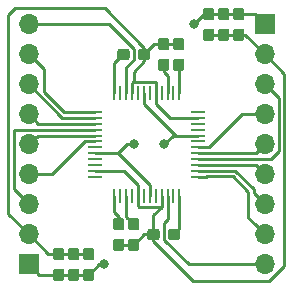
<source format=gbr>
G04 #@! TF.GenerationSoftware,KiCad,Pcbnew,(5.0.1)-3*
G04 #@! TF.CreationDate,2019-01-28T22:50:12+00:00*
G04 #@! TF.ProjectId,Encoder,456E636F6465722E6B696361645F7063,rev?*
G04 #@! TF.SameCoordinates,Original*
G04 #@! TF.FileFunction,Copper,L1,Top,Signal*
G04 #@! TF.FilePolarity,Positive*
%FSLAX46Y46*%
G04 Gerber Fmt 4.6, Leading zero omitted, Abs format (unit mm)*
G04 Created by KiCad (PCBNEW (5.0.1)-3) date 28/01/2019 22:50:12*
%MOMM*%
%LPD*%
G01*
G04 APERTURE LIST*
G04 #@! TA.AperFunction,Conductor*
%ADD10C,0.100000*%
G04 #@! TD*
G04 #@! TA.AperFunction,SMDPad,CuDef*
%ADD11C,0.950000*%
G04 #@! TD*
G04 #@! TA.AperFunction,ComponentPad*
%ADD12R,1.700000X1.700000*%
G04 #@! TD*
G04 #@! TA.AperFunction,ComponentPad*
%ADD13O,1.700000X1.700000*%
G04 #@! TD*
G04 #@! TA.AperFunction,SMDPad,CuDef*
%ADD14R,0.250000X1.300000*%
G04 #@! TD*
G04 #@! TA.AperFunction,SMDPad,CuDef*
%ADD15R,1.300000X0.250000*%
G04 #@! TD*
G04 #@! TA.AperFunction,ViaPad*
%ADD16C,0.800000*%
G04 #@! TD*
G04 #@! TA.AperFunction,Conductor*
%ADD17C,0.250000*%
G04 #@! TD*
G04 APERTURE END LIST*
D10*
G04 #@! TO.N,GND*
G04 #@! TO.C,C1*
G36*
X94240779Y-74801144D02*
X94263834Y-74804563D01*
X94286443Y-74810227D01*
X94308387Y-74818079D01*
X94329457Y-74828044D01*
X94349448Y-74840026D01*
X94368168Y-74853910D01*
X94385438Y-74869562D01*
X94401090Y-74886832D01*
X94414974Y-74905552D01*
X94426956Y-74925543D01*
X94436921Y-74946613D01*
X94444773Y-74968557D01*
X94450437Y-74991166D01*
X94453856Y-75014221D01*
X94455000Y-75037500D01*
X94455000Y-75612500D01*
X94453856Y-75635779D01*
X94450437Y-75658834D01*
X94444773Y-75681443D01*
X94436921Y-75703387D01*
X94426956Y-75724457D01*
X94414974Y-75744448D01*
X94401090Y-75763168D01*
X94385438Y-75780438D01*
X94368168Y-75796090D01*
X94349448Y-75809974D01*
X94329457Y-75821956D01*
X94308387Y-75831921D01*
X94286443Y-75839773D01*
X94263834Y-75845437D01*
X94240779Y-75848856D01*
X94217500Y-75850000D01*
X93742500Y-75850000D01*
X93719221Y-75848856D01*
X93696166Y-75845437D01*
X93673557Y-75839773D01*
X93651613Y-75831921D01*
X93630543Y-75821956D01*
X93610552Y-75809974D01*
X93591832Y-75796090D01*
X93574562Y-75780438D01*
X93558910Y-75763168D01*
X93545026Y-75744448D01*
X93533044Y-75724457D01*
X93523079Y-75703387D01*
X93515227Y-75681443D01*
X93509563Y-75658834D01*
X93506144Y-75635779D01*
X93505000Y-75612500D01*
X93505000Y-75037500D01*
X93506144Y-75014221D01*
X93509563Y-74991166D01*
X93515227Y-74968557D01*
X93523079Y-74946613D01*
X93533044Y-74925543D01*
X93545026Y-74905552D01*
X93558910Y-74886832D01*
X93574562Y-74869562D01*
X93591832Y-74853910D01*
X93610552Y-74840026D01*
X93630543Y-74828044D01*
X93651613Y-74818079D01*
X93673557Y-74810227D01*
X93696166Y-74804563D01*
X93719221Y-74801144D01*
X93742500Y-74800000D01*
X94217500Y-74800000D01*
X94240779Y-74801144D01*
X94240779Y-74801144D01*
G37*
D11*
G04 #@! TD*
G04 #@! TO.P,C1,2*
G04 #@! TO.N,GND*
X93980000Y-75325000D03*
D10*
G04 #@! TO.N,+5V*
G04 #@! TO.C,C1*
G36*
X94240779Y-76551144D02*
X94263834Y-76554563D01*
X94286443Y-76560227D01*
X94308387Y-76568079D01*
X94329457Y-76578044D01*
X94349448Y-76590026D01*
X94368168Y-76603910D01*
X94385438Y-76619562D01*
X94401090Y-76636832D01*
X94414974Y-76655552D01*
X94426956Y-76675543D01*
X94436921Y-76696613D01*
X94444773Y-76718557D01*
X94450437Y-76741166D01*
X94453856Y-76764221D01*
X94455000Y-76787500D01*
X94455000Y-77362500D01*
X94453856Y-77385779D01*
X94450437Y-77408834D01*
X94444773Y-77431443D01*
X94436921Y-77453387D01*
X94426956Y-77474457D01*
X94414974Y-77494448D01*
X94401090Y-77513168D01*
X94385438Y-77530438D01*
X94368168Y-77546090D01*
X94349448Y-77559974D01*
X94329457Y-77571956D01*
X94308387Y-77581921D01*
X94286443Y-77589773D01*
X94263834Y-77595437D01*
X94240779Y-77598856D01*
X94217500Y-77600000D01*
X93742500Y-77600000D01*
X93719221Y-77598856D01*
X93696166Y-77595437D01*
X93673557Y-77589773D01*
X93651613Y-77581921D01*
X93630543Y-77571956D01*
X93610552Y-77559974D01*
X93591832Y-77546090D01*
X93574562Y-77530438D01*
X93558910Y-77513168D01*
X93545026Y-77494448D01*
X93533044Y-77474457D01*
X93523079Y-77453387D01*
X93515227Y-77431443D01*
X93509563Y-77408834D01*
X93506144Y-77385779D01*
X93505000Y-77362500D01*
X93505000Y-76787500D01*
X93506144Y-76764221D01*
X93509563Y-76741166D01*
X93515227Y-76718557D01*
X93523079Y-76696613D01*
X93533044Y-76675543D01*
X93545026Y-76655552D01*
X93558910Y-76636832D01*
X93574562Y-76619562D01*
X93591832Y-76603910D01*
X93610552Y-76590026D01*
X93630543Y-76578044D01*
X93651613Y-76568079D01*
X93673557Y-76560227D01*
X93696166Y-76554563D01*
X93719221Y-76551144D01*
X93742500Y-76550000D01*
X94217500Y-76550000D01*
X94240779Y-76551144D01*
X94240779Y-76551144D01*
G37*
D11*
G04 #@! TD*
G04 #@! TO.P,C1,1*
G04 #@! TO.N,+5V*
X93980000Y-77075000D03*
D10*
G04 #@! TO.N,GND*
G04 #@! TO.C,C2*
G36*
X104400779Y-57021144D02*
X104423834Y-57024563D01*
X104446443Y-57030227D01*
X104468387Y-57038079D01*
X104489457Y-57048044D01*
X104509448Y-57060026D01*
X104528168Y-57073910D01*
X104545438Y-57089562D01*
X104561090Y-57106832D01*
X104574974Y-57125552D01*
X104586956Y-57145543D01*
X104596921Y-57166613D01*
X104604773Y-57188557D01*
X104610437Y-57211166D01*
X104613856Y-57234221D01*
X104615000Y-57257500D01*
X104615000Y-57832500D01*
X104613856Y-57855779D01*
X104610437Y-57878834D01*
X104604773Y-57901443D01*
X104596921Y-57923387D01*
X104586956Y-57944457D01*
X104574974Y-57964448D01*
X104561090Y-57983168D01*
X104545438Y-58000438D01*
X104528168Y-58016090D01*
X104509448Y-58029974D01*
X104489457Y-58041956D01*
X104468387Y-58051921D01*
X104446443Y-58059773D01*
X104423834Y-58065437D01*
X104400779Y-58068856D01*
X104377500Y-58070000D01*
X103902500Y-58070000D01*
X103879221Y-58068856D01*
X103856166Y-58065437D01*
X103833557Y-58059773D01*
X103811613Y-58051921D01*
X103790543Y-58041956D01*
X103770552Y-58029974D01*
X103751832Y-58016090D01*
X103734562Y-58000438D01*
X103718910Y-57983168D01*
X103705026Y-57964448D01*
X103693044Y-57944457D01*
X103683079Y-57923387D01*
X103675227Y-57901443D01*
X103669563Y-57878834D01*
X103666144Y-57855779D01*
X103665000Y-57832500D01*
X103665000Y-57257500D01*
X103666144Y-57234221D01*
X103669563Y-57211166D01*
X103675227Y-57188557D01*
X103683079Y-57166613D01*
X103693044Y-57145543D01*
X103705026Y-57125552D01*
X103718910Y-57106832D01*
X103734562Y-57089562D01*
X103751832Y-57073910D01*
X103770552Y-57060026D01*
X103790543Y-57048044D01*
X103811613Y-57038079D01*
X103833557Y-57030227D01*
X103856166Y-57024563D01*
X103879221Y-57021144D01*
X103902500Y-57020000D01*
X104377500Y-57020000D01*
X104400779Y-57021144D01*
X104400779Y-57021144D01*
G37*
D11*
G04 #@! TD*
G04 #@! TO.P,C2,1*
G04 #@! TO.N,GND*
X104140000Y-57545000D03*
D10*
G04 #@! TO.N,Net-(C2-Pad2)*
G04 #@! TO.C,C2*
G36*
X104400779Y-58771144D02*
X104423834Y-58774563D01*
X104446443Y-58780227D01*
X104468387Y-58788079D01*
X104489457Y-58798044D01*
X104509448Y-58810026D01*
X104528168Y-58823910D01*
X104545438Y-58839562D01*
X104561090Y-58856832D01*
X104574974Y-58875552D01*
X104586956Y-58895543D01*
X104596921Y-58916613D01*
X104604773Y-58938557D01*
X104610437Y-58961166D01*
X104613856Y-58984221D01*
X104615000Y-59007500D01*
X104615000Y-59582500D01*
X104613856Y-59605779D01*
X104610437Y-59628834D01*
X104604773Y-59651443D01*
X104596921Y-59673387D01*
X104586956Y-59694457D01*
X104574974Y-59714448D01*
X104561090Y-59733168D01*
X104545438Y-59750438D01*
X104528168Y-59766090D01*
X104509448Y-59779974D01*
X104489457Y-59791956D01*
X104468387Y-59801921D01*
X104446443Y-59809773D01*
X104423834Y-59815437D01*
X104400779Y-59818856D01*
X104377500Y-59820000D01*
X103902500Y-59820000D01*
X103879221Y-59818856D01*
X103856166Y-59815437D01*
X103833557Y-59809773D01*
X103811613Y-59801921D01*
X103790543Y-59791956D01*
X103770552Y-59779974D01*
X103751832Y-59766090D01*
X103734562Y-59750438D01*
X103718910Y-59733168D01*
X103705026Y-59714448D01*
X103693044Y-59694457D01*
X103683079Y-59673387D01*
X103675227Y-59651443D01*
X103669563Y-59628834D01*
X103666144Y-59605779D01*
X103665000Y-59582500D01*
X103665000Y-59007500D01*
X103666144Y-58984221D01*
X103669563Y-58961166D01*
X103675227Y-58938557D01*
X103683079Y-58916613D01*
X103693044Y-58895543D01*
X103705026Y-58875552D01*
X103718910Y-58856832D01*
X103734562Y-58839562D01*
X103751832Y-58823910D01*
X103770552Y-58810026D01*
X103790543Y-58798044D01*
X103811613Y-58788079D01*
X103833557Y-58780227D01*
X103856166Y-58774563D01*
X103879221Y-58771144D01*
X103902500Y-58770000D01*
X104377500Y-58770000D01*
X104400779Y-58771144D01*
X104400779Y-58771144D01*
G37*
D11*
G04 #@! TD*
G04 #@! TO.P,C2,2*
G04 #@! TO.N,Net-(C2-Pad2)*
X104140000Y-59295000D03*
D10*
G04 #@! TO.N,GND*
G04 #@! TO.C,C3*
G36*
X103130779Y-57021144D02*
X103153834Y-57024563D01*
X103176443Y-57030227D01*
X103198387Y-57038079D01*
X103219457Y-57048044D01*
X103239448Y-57060026D01*
X103258168Y-57073910D01*
X103275438Y-57089562D01*
X103291090Y-57106832D01*
X103304974Y-57125552D01*
X103316956Y-57145543D01*
X103326921Y-57166613D01*
X103334773Y-57188557D01*
X103340437Y-57211166D01*
X103343856Y-57234221D01*
X103345000Y-57257500D01*
X103345000Y-57832500D01*
X103343856Y-57855779D01*
X103340437Y-57878834D01*
X103334773Y-57901443D01*
X103326921Y-57923387D01*
X103316956Y-57944457D01*
X103304974Y-57964448D01*
X103291090Y-57983168D01*
X103275438Y-58000438D01*
X103258168Y-58016090D01*
X103239448Y-58029974D01*
X103219457Y-58041956D01*
X103198387Y-58051921D01*
X103176443Y-58059773D01*
X103153834Y-58065437D01*
X103130779Y-58068856D01*
X103107500Y-58070000D01*
X102632500Y-58070000D01*
X102609221Y-58068856D01*
X102586166Y-58065437D01*
X102563557Y-58059773D01*
X102541613Y-58051921D01*
X102520543Y-58041956D01*
X102500552Y-58029974D01*
X102481832Y-58016090D01*
X102464562Y-58000438D01*
X102448910Y-57983168D01*
X102435026Y-57964448D01*
X102423044Y-57944457D01*
X102413079Y-57923387D01*
X102405227Y-57901443D01*
X102399563Y-57878834D01*
X102396144Y-57855779D01*
X102395000Y-57832500D01*
X102395000Y-57257500D01*
X102396144Y-57234221D01*
X102399563Y-57211166D01*
X102405227Y-57188557D01*
X102413079Y-57166613D01*
X102423044Y-57145543D01*
X102435026Y-57125552D01*
X102448910Y-57106832D01*
X102464562Y-57089562D01*
X102481832Y-57073910D01*
X102500552Y-57060026D01*
X102520543Y-57048044D01*
X102541613Y-57038079D01*
X102563557Y-57030227D01*
X102586166Y-57024563D01*
X102609221Y-57021144D01*
X102632500Y-57020000D01*
X103107500Y-57020000D01*
X103130779Y-57021144D01*
X103130779Y-57021144D01*
G37*
D11*
G04 #@! TD*
G04 #@! TO.P,C3,2*
G04 #@! TO.N,GND*
X102870000Y-57545000D03*
D10*
G04 #@! TO.N,Net-(C3-Pad1)*
G04 #@! TO.C,C3*
G36*
X103130779Y-58771144D02*
X103153834Y-58774563D01*
X103176443Y-58780227D01*
X103198387Y-58788079D01*
X103219457Y-58798044D01*
X103239448Y-58810026D01*
X103258168Y-58823910D01*
X103275438Y-58839562D01*
X103291090Y-58856832D01*
X103304974Y-58875552D01*
X103316956Y-58895543D01*
X103326921Y-58916613D01*
X103334773Y-58938557D01*
X103340437Y-58961166D01*
X103343856Y-58984221D01*
X103345000Y-59007500D01*
X103345000Y-59582500D01*
X103343856Y-59605779D01*
X103340437Y-59628834D01*
X103334773Y-59651443D01*
X103326921Y-59673387D01*
X103316956Y-59694457D01*
X103304974Y-59714448D01*
X103291090Y-59733168D01*
X103275438Y-59750438D01*
X103258168Y-59766090D01*
X103239448Y-59779974D01*
X103219457Y-59791956D01*
X103198387Y-59801921D01*
X103176443Y-59809773D01*
X103153834Y-59815437D01*
X103130779Y-59818856D01*
X103107500Y-59820000D01*
X102632500Y-59820000D01*
X102609221Y-59818856D01*
X102586166Y-59815437D01*
X102563557Y-59809773D01*
X102541613Y-59801921D01*
X102520543Y-59791956D01*
X102500552Y-59779974D01*
X102481832Y-59766090D01*
X102464562Y-59750438D01*
X102448910Y-59733168D01*
X102435026Y-59714448D01*
X102423044Y-59694457D01*
X102413079Y-59673387D01*
X102405227Y-59651443D01*
X102399563Y-59628834D01*
X102396144Y-59605779D01*
X102395000Y-59582500D01*
X102395000Y-59007500D01*
X102396144Y-58984221D01*
X102399563Y-58961166D01*
X102405227Y-58938557D01*
X102413079Y-58916613D01*
X102423044Y-58895543D01*
X102435026Y-58875552D01*
X102448910Y-58856832D01*
X102464562Y-58839562D01*
X102481832Y-58823910D01*
X102500552Y-58810026D01*
X102520543Y-58798044D01*
X102541613Y-58788079D01*
X102563557Y-58780227D01*
X102586166Y-58774563D01*
X102609221Y-58771144D01*
X102632500Y-58770000D01*
X103107500Y-58770000D01*
X103130779Y-58771144D01*
X103130779Y-58771144D01*
G37*
D11*
G04 #@! TD*
G04 #@! TO.P,C3,1*
G04 #@! TO.N,Net-(C3-Pad1)*
X102870000Y-59295000D03*
D10*
G04 #@! TO.N,Net-(C4-Pad2)*
G04 #@! TO.C,C4*
G36*
X99765779Y-57946144D02*
X99788834Y-57949563D01*
X99811443Y-57955227D01*
X99833387Y-57963079D01*
X99854457Y-57973044D01*
X99874448Y-57985026D01*
X99893168Y-57998910D01*
X99910438Y-58014562D01*
X99926090Y-58031832D01*
X99939974Y-58050552D01*
X99951956Y-58070543D01*
X99961921Y-58091613D01*
X99969773Y-58113557D01*
X99975437Y-58136166D01*
X99978856Y-58159221D01*
X99980000Y-58182500D01*
X99980000Y-58657500D01*
X99978856Y-58680779D01*
X99975437Y-58703834D01*
X99969773Y-58726443D01*
X99961921Y-58748387D01*
X99951956Y-58769457D01*
X99939974Y-58789448D01*
X99926090Y-58808168D01*
X99910438Y-58825438D01*
X99893168Y-58841090D01*
X99874448Y-58854974D01*
X99854457Y-58866956D01*
X99833387Y-58876921D01*
X99811443Y-58884773D01*
X99788834Y-58890437D01*
X99765779Y-58893856D01*
X99742500Y-58895000D01*
X99167500Y-58895000D01*
X99144221Y-58893856D01*
X99121166Y-58890437D01*
X99098557Y-58884773D01*
X99076613Y-58876921D01*
X99055543Y-58866956D01*
X99035552Y-58854974D01*
X99016832Y-58841090D01*
X98999562Y-58825438D01*
X98983910Y-58808168D01*
X98970026Y-58789448D01*
X98958044Y-58769457D01*
X98948079Y-58748387D01*
X98940227Y-58726443D01*
X98934563Y-58703834D01*
X98931144Y-58680779D01*
X98930000Y-58657500D01*
X98930000Y-58182500D01*
X98931144Y-58159221D01*
X98934563Y-58136166D01*
X98940227Y-58113557D01*
X98948079Y-58091613D01*
X98958044Y-58070543D01*
X98970026Y-58050552D01*
X98983910Y-58031832D01*
X98999562Y-58014562D01*
X99016832Y-57998910D01*
X99035552Y-57985026D01*
X99055543Y-57973044D01*
X99076613Y-57963079D01*
X99098557Y-57955227D01*
X99121166Y-57949563D01*
X99144221Y-57946144D01*
X99167500Y-57945000D01*
X99742500Y-57945000D01*
X99765779Y-57946144D01*
X99765779Y-57946144D01*
G37*
D11*
G04 #@! TD*
G04 #@! TO.P,C4,2*
G04 #@! TO.N,Net-(C4-Pad2)*
X99455000Y-58420000D03*
D10*
G04 #@! TO.N,GND*
G04 #@! TO.C,C4*
G36*
X101515779Y-57946144D02*
X101538834Y-57949563D01*
X101561443Y-57955227D01*
X101583387Y-57963079D01*
X101604457Y-57973044D01*
X101624448Y-57985026D01*
X101643168Y-57998910D01*
X101660438Y-58014562D01*
X101676090Y-58031832D01*
X101689974Y-58050552D01*
X101701956Y-58070543D01*
X101711921Y-58091613D01*
X101719773Y-58113557D01*
X101725437Y-58136166D01*
X101728856Y-58159221D01*
X101730000Y-58182500D01*
X101730000Y-58657500D01*
X101728856Y-58680779D01*
X101725437Y-58703834D01*
X101719773Y-58726443D01*
X101711921Y-58748387D01*
X101701956Y-58769457D01*
X101689974Y-58789448D01*
X101676090Y-58808168D01*
X101660438Y-58825438D01*
X101643168Y-58841090D01*
X101624448Y-58854974D01*
X101604457Y-58866956D01*
X101583387Y-58876921D01*
X101561443Y-58884773D01*
X101538834Y-58890437D01*
X101515779Y-58893856D01*
X101492500Y-58895000D01*
X100917500Y-58895000D01*
X100894221Y-58893856D01*
X100871166Y-58890437D01*
X100848557Y-58884773D01*
X100826613Y-58876921D01*
X100805543Y-58866956D01*
X100785552Y-58854974D01*
X100766832Y-58841090D01*
X100749562Y-58825438D01*
X100733910Y-58808168D01*
X100720026Y-58789448D01*
X100708044Y-58769457D01*
X100698079Y-58748387D01*
X100690227Y-58726443D01*
X100684563Y-58703834D01*
X100681144Y-58680779D01*
X100680000Y-58657500D01*
X100680000Y-58182500D01*
X100681144Y-58159221D01*
X100684563Y-58136166D01*
X100690227Y-58113557D01*
X100698079Y-58091613D01*
X100708044Y-58070543D01*
X100720026Y-58050552D01*
X100733910Y-58031832D01*
X100749562Y-58014562D01*
X100766832Y-57998910D01*
X100785552Y-57985026D01*
X100805543Y-57973044D01*
X100826613Y-57963079D01*
X100848557Y-57955227D01*
X100871166Y-57949563D01*
X100894221Y-57946144D01*
X100917500Y-57945000D01*
X101492500Y-57945000D01*
X101515779Y-57946144D01*
X101515779Y-57946144D01*
G37*
D11*
G04 #@! TD*
G04 #@! TO.P,C4,1*
G04 #@! TO.N,GND*
X101205000Y-58420000D03*
D10*
G04 #@! TO.N,GND*
G04 #@! TO.C,C5*
G36*
X96780779Y-74801144D02*
X96803834Y-74804563D01*
X96826443Y-74810227D01*
X96848387Y-74818079D01*
X96869457Y-74828044D01*
X96889448Y-74840026D01*
X96908168Y-74853910D01*
X96925438Y-74869562D01*
X96941090Y-74886832D01*
X96954974Y-74905552D01*
X96966956Y-74925543D01*
X96976921Y-74946613D01*
X96984773Y-74968557D01*
X96990437Y-74991166D01*
X96993856Y-75014221D01*
X96995000Y-75037500D01*
X96995000Y-75612500D01*
X96993856Y-75635779D01*
X96990437Y-75658834D01*
X96984773Y-75681443D01*
X96976921Y-75703387D01*
X96966956Y-75724457D01*
X96954974Y-75744448D01*
X96941090Y-75763168D01*
X96925438Y-75780438D01*
X96908168Y-75796090D01*
X96889448Y-75809974D01*
X96869457Y-75821956D01*
X96848387Y-75831921D01*
X96826443Y-75839773D01*
X96803834Y-75845437D01*
X96780779Y-75848856D01*
X96757500Y-75850000D01*
X96282500Y-75850000D01*
X96259221Y-75848856D01*
X96236166Y-75845437D01*
X96213557Y-75839773D01*
X96191613Y-75831921D01*
X96170543Y-75821956D01*
X96150552Y-75809974D01*
X96131832Y-75796090D01*
X96114562Y-75780438D01*
X96098910Y-75763168D01*
X96085026Y-75744448D01*
X96073044Y-75724457D01*
X96063079Y-75703387D01*
X96055227Y-75681443D01*
X96049563Y-75658834D01*
X96046144Y-75635779D01*
X96045000Y-75612500D01*
X96045000Y-75037500D01*
X96046144Y-75014221D01*
X96049563Y-74991166D01*
X96055227Y-74968557D01*
X96063079Y-74946613D01*
X96073044Y-74925543D01*
X96085026Y-74905552D01*
X96098910Y-74886832D01*
X96114562Y-74869562D01*
X96131832Y-74853910D01*
X96150552Y-74840026D01*
X96170543Y-74828044D01*
X96191613Y-74818079D01*
X96213557Y-74810227D01*
X96236166Y-74804563D01*
X96259221Y-74801144D01*
X96282500Y-74800000D01*
X96757500Y-74800000D01*
X96780779Y-74801144D01*
X96780779Y-74801144D01*
G37*
D11*
G04 #@! TD*
G04 #@! TO.P,C5,2*
G04 #@! TO.N,GND*
X96520000Y-75325000D03*
D10*
G04 #@! TO.N,+5V*
G04 #@! TO.C,C5*
G36*
X96780779Y-76551144D02*
X96803834Y-76554563D01*
X96826443Y-76560227D01*
X96848387Y-76568079D01*
X96869457Y-76578044D01*
X96889448Y-76590026D01*
X96908168Y-76603910D01*
X96925438Y-76619562D01*
X96941090Y-76636832D01*
X96954974Y-76655552D01*
X96966956Y-76675543D01*
X96976921Y-76696613D01*
X96984773Y-76718557D01*
X96990437Y-76741166D01*
X96993856Y-76764221D01*
X96995000Y-76787500D01*
X96995000Y-77362500D01*
X96993856Y-77385779D01*
X96990437Y-77408834D01*
X96984773Y-77431443D01*
X96976921Y-77453387D01*
X96966956Y-77474457D01*
X96954974Y-77494448D01*
X96941090Y-77513168D01*
X96925438Y-77530438D01*
X96908168Y-77546090D01*
X96889448Y-77559974D01*
X96869457Y-77571956D01*
X96848387Y-77581921D01*
X96826443Y-77589773D01*
X96803834Y-77595437D01*
X96780779Y-77598856D01*
X96757500Y-77600000D01*
X96282500Y-77600000D01*
X96259221Y-77598856D01*
X96236166Y-77595437D01*
X96213557Y-77589773D01*
X96191613Y-77581921D01*
X96170543Y-77571956D01*
X96150552Y-77559974D01*
X96131832Y-77546090D01*
X96114562Y-77530438D01*
X96098910Y-77513168D01*
X96085026Y-77494448D01*
X96073044Y-77474457D01*
X96063079Y-77453387D01*
X96055227Y-77431443D01*
X96049563Y-77408834D01*
X96046144Y-77385779D01*
X96045000Y-77362500D01*
X96045000Y-76787500D01*
X96046144Y-76764221D01*
X96049563Y-76741166D01*
X96055227Y-76718557D01*
X96063079Y-76696613D01*
X96073044Y-76675543D01*
X96085026Y-76655552D01*
X96098910Y-76636832D01*
X96114562Y-76619562D01*
X96131832Y-76603910D01*
X96150552Y-76590026D01*
X96170543Y-76578044D01*
X96191613Y-76568079D01*
X96213557Y-76560227D01*
X96236166Y-76554563D01*
X96259221Y-76551144D01*
X96282500Y-76550000D01*
X96757500Y-76550000D01*
X96780779Y-76551144D01*
X96780779Y-76551144D01*
G37*
D11*
G04 #@! TD*
G04 #@! TO.P,C5,1*
G04 #@! TO.N,+5V*
X96520000Y-77075000D03*
D10*
G04 #@! TO.N,+5V*
G04 #@! TO.C,C6*
G36*
X95510779Y-76551144D02*
X95533834Y-76554563D01*
X95556443Y-76560227D01*
X95578387Y-76568079D01*
X95599457Y-76578044D01*
X95619448Y-76590026D01*
X95638168Y-76603910D01*
X95655438Y-76619562D01*
X95671090Y-76636832D01*
X95684974Y-76655552D01*
X95696956Y-76675543D01*
X95706921Y-76696613D01*
X95714773Y-76718557D01*
X95720437Y-76741166D01*
X95723856Y-76764221D01*
X95725000Y-76787500D01*
X95725000Y-77362500D01*
X95723856Y-77385779D01*
X95720437Y-77408834D01*
X95714773Y-77431443D01*
X95706921Y-77453387D01*
X95696956Y-77474457D01*
X95684974Y-77494448D01*
X95671090Y-77513168D01*
X95655438Y-77530438D01*
X95638168Y-77546090D01*
X95619448Y-77559974D01*
X95599457Y-77571956D01*
X95578387Y-77581921D01*
X95556443Y-77589773D01*
X95533834Y-77595437D01*
X95510779Y-77598856D01*
X95487500Y-77600000D01*
X95012500Y-77600000D01*
X94989221Y-77598856D01*
X94966166Y-77595437D01*
X94943557Y-77589773D01*
X94921613Y-77581921D01*
X94900543Y-77571956D01*
X94880552Y-77559974D01*
X94861832Y-77546090D01*
X94844562Y-77530438D01*
X94828910Y-77513168D01*
X94815026Y-77494448D01*
X94803044Y-77474457D01*
X94793079Y-77453387D01*
X94785227Y-77431443D01*
X94779563Y-77408834D01*
X94776144Y-77385779D01*
X94775000Y-77362500D01*
X94775000Y-76787500D01*
X94776144Y-76764221D01*
X94779563Y-76741166D01*
X94785227Y-76718557D01*
X94793079Y-76696613D01*
X94803044Y-76675543D01*
X94815026Y-76655552D01*
X94828910Y-76636832D01*
X94844562Y-76619562D01*
X94861832Y-76603910D01*
X94880552Y-76590026D01*
X94900543Y-76578044D01*
X94921613Y-76568079D01*
X94943557Y-76560227D01*
X94966166Y-76554563D01*
X94989221Y-76551144D01*
X95012500Y-76550000D01*
X95487500Y-76550000D01*
X95510779Y-76551144D01*
X95510779Y-76551144D01*
G37*
D11*
G04 #@! TD*
G04 #@! TO.P,C6,1*
G04 #@! TO.N,+5V*
X95250000Y-77075000D03*
D10*
G04 #@! TO.N,GND*
G04 #@! TO.C,C6*
G36*
X95510779Y-74801144D02*
X95533834Y-74804563D01*
X95556443Y-74810227D01*
X95578387Y-74818079D01*
X95599457Y-74828044D01*
X95619448Y-74840026D01*
X95638168Y-74853910D01*
X95655438Y-74869562D01*
X95671090Y-74886832D01*
X95684974Y-74905552D01*
X95696956Y-74925543D01*
X95706921Y-74946613D01*
X95714773Y-74968557D01*
X95720437Y-74991166D01*
X95723856Y-75014221D01*
X95725000Y-75037500D01*
X95725000Y-75612500D01*
X95723856Y-75635779D01*
X95720437Y-75658834D01*
X95714773Y-75681443D01*
X95706921Y-75703387D01*
X95696956Y-75724457D01*
X95684974Y-75744448D01*
X95671090Y-75763168D01*
X95655438Y-75780438D01*
X95638168Y-75796090D01*
X95619448Y-75809974D01*
X95599457Y-75821956D01*
X95578387Y-75831921D01*
X95556443Y-75839773D01*
X95533834Y-75845437D01*
X95510779Y-75848856D01*
X95487500Y-75850000D01*
X95012500Y-75850000D01*
X94989221Y-75848856D01*
X94966166Y-75845437D01*
X94943557Y-75839773D01*
X94921613Y-75831921D01*
X94900543Y-75821956D01*
X94880552Y-75809974D01*
X94861832Y-75796090D01*
X94844562Y-75780438D01*
X94828910Y-75763168D01*
X94815026Y-75744448D01*
X94803044Y-75724457D01*
X94793079Y-75703387D01*
X94785227Y-75681443D01*
X94779563Y-75658834D01*
X94776144Y-75635779D01*
X94775000Y-75612500D01*
X94775000Y-75037500D01*
X94776144Y-75014221D01*
X94779563Y-74991166D01*
X94785227Y-74968557D01*
X94793079Y-74946613D01*
X94803044Y-74925543D01*
X94815026Y-74905552D01*
X94828910Y-74886832D01*
X94844562Y-74869562D01*
X94861832Y-74853910D01*
X94880552Y-74840026D01*
X94900543Y-74828044D01*
X94921613Y-74818079D01*
X94943557Y-74810227D01*
X94966166Y-74804563D01*
X94989221Y-74801144D01*
X95012500Y-74800000D01*
X95487500Y-74800000D01*
X95510779Y-74801144D01*
X95510779Y-74801144D01*
G37*
D11*
G04 #@! TD*
G04 #@! TO.P,C6,2*
G04 #@! TO.N,GND*
X95250000Y-75325000D03*
D10*
G04 #@! TO.N,GNDA*
G04 #@! TO.C,C7*
G36*
X106940779Y-56231144D02*
X106963834Y-56234563D01*
X106986443Y-56240227D01*
X107008387Y-56248079D01*
X107029457Y-56258044D01*
X107049448Y-56270026D01*
X107068168Y-56283910D01*
X107085438Y-56299562D01*
X107101090Y-56316832D01*
X107114974Y-56335552D01*
X107126956Y-56355543D01*
X107136921Y-56376613D01*
X107144773Y-56398557D01*
X107150437Y-56421166D01*
X107153856Y-56444221D01*
X107155000Y-56467500D01*
X107155000Y-57042500D01*
X107153856Y-57065779D01*
X107150437Y-57088834D01*
X107144773Y-57111443D01*
X107136921Y-57133387D01*
X107126956Y-57154457D01*
X107114974Y-57174448D01*
X107101090Y-57193168D01*
X107085438Y-57210438D01*
X107068168Y-57226090D01*
X107049448Y-57239974D01*
X107029457Y-57251956D01*
X107008387Y-57261921D01*
X106986443Y-57269773D01*
X106963834Y-57275437D01*
X106940779Y-57278856D01*
X106917500Y-57280000D01*
X106442500Y-57280000D01*
X106419221Y-57278856D01*
X106396166Y-57275437D01*
X106373557Y-57269773D01*
X106351613Y-57261921D01*
X106330543Y-57251956D01*
X106310552Y-57239974D01*
X106291832Y-57226090D01*
X106274562Y-57210438D01*
X106258910Y-57193168D01*
X106245026Y-57174448D01*
X106233044Y-57154457D01*
X106223079Y-57133387D01*
X106215227Y-57111443D01*
X106209563Y-57088834D01*
X106206144Y-57065779D01*
X106205000Y-57042500D01*
X106205000Y-56467500D01*
X106206144Y-56444221D01*
X106209563Y-56421166D01*
X106215227Y-56398557D01*
X106223079Y-56376613D01*
X106233044Y-56355543D01*
X106245026Y-56335552D01*
X106258910Y-56316832D01*
X106274562Y-56299562D01*
X106291832Y-56283910D01*
X106310552Y-56270026D01*
X106330543Y-56258044D01*
X106351613Y-56248079D01*
X106373557Y-56240227D01*
X106396166Y-56234563D01*
X106419221Y-56231144D01*
X106442500Y-56230000D01*
X106917500Y-56230000D01*
X106940779Y-56231144D01*
X106940779Y-56231144D01*
G37*
D11*
G04 #@! TD*
G04 #@! TO.P,C7,2*
G04 #@! TO.N,GNDA*
X106680000Y-56755000D03*
D10*
G04 #@! TO.N,+5VA*
G04 #@! TO.C,C7*
G36*
X106940779Y-54481144D02*
X106963834Y-54484563D01*
X106986443Y-54490227D01*
X107008387Y-54498079D01*
X107029457Y-54508044D01*
X107049448Y-54520026D01*
X107068168Y-54533910D01*
X107085438Y-54549562D01*
X107101090Y-54566832D01*
X107114974Y-54585552D01*
X107126956Y-54605543D01*
X107136921Y-54626613D01*
X107144773Y-54648557D01*
X107150437Y-54671166D01*
X107153856Y-54694221D01*
X107155000Y-54717500D01*
X107155000Y-55292500D01*
X107153856Y-55315779D01*
X107150437Y-55338834D01*
X107144773Y-55361443D01*
X107136921Y-55383387D01*
X107126956Y-55404457D01*
X107114974Y-55424448D01*
X107101090Y-55443168D01*
X107085438Y-55460438D01*
X107068168Y-55476090D01*
X107049448Y-55489974D01*
X107029457Y-55501956D01*
X107008387Y-55511921D01*
X106986443Y-55519773D01*
X106963834Y-55525437D01*
X106940779Y-55528856D01*
X106917500Y-55530000D01*
X106442500Y-55530000D01*
X106419221Y-55528856D01*
X106396166Y-55525437D01*
X106373557Y-55519773D01*
X106351613Y-55511921D01*
X106330543Y-55501956D01*
X106310552Y-55489974D01*
X106291832Y-55476090D01*
X106274562Y-55460438D01*
X106258910Y-55443168D01*
X106245026Y-55424448D01*
X106233044Y-55404457D01*
X106223079Y-55383387D01*
X106215227Y-55361443D01*
X106209563Y-55338834D01*
X106206144Y-55315779D01*
X106205000Y-55292500D01*
X106205000Y-54717500D01*
X106206144Y-54694221D01*
X106209563Y-54671166D01*
X106215227Y-54648557D01*
X106223079Y-54626613D01*
X106233044Y-54605543D01*
X106245026Y-54585552D01*
X106258910Y-54566832D01*
X106274562Y-54549562D01*
X106291832Y-54533910D01*
X106310552Y-54520026D01*
X106330543Y-54508044D01*
X106351613Y-54498079D01*
X106373557Y-54490227D01*
X106396166Y-54484563D01*
X106419221Y-54481144D01*
X106442500Y-54480000D01*
X106917500Y-54480000D01*
X106940779Y-54481144D01*
X106940779Y-54481144D01*
G37*
D11*
G04 #@! TD*
G04 #@! TO.P,C7,1*
G04 #@! TO.N,+5VA*
X106680000Y-55005000D03*
D10*
G04 #@! TO.N,+5VA*
G04 #@! TO.C,C8*
G36*
X108210779Y-54481144D02*
X108233834Y-54484563D01*
X108256443Y-54490227D01*
X108278387Y-54498079D01*
X108299457Y-54508044D01*
X108319448Y-54520026D01*
X108338168Y-54533910D01*
X108355438Y-54549562D01*
X108371090Y-54566832D01*
X108384974Y-54585552D01*
X108396956Y-54605543D01*
X108406921Y-54626613D01*
X108414773Y-54648557D01*
X108420437Y-54671166D01*
X108423856Y-54694221D01*
X108425000Y-54717500D01*
X108425000Y-55292500D01*
X108423856Y-55315779D01*
X108420437Y-55338834D01*
X108414773Y-55361443D01*
X108406921Y-55383387D01*
X108396956Y-55404457D01*
X108384974Y-55424448D01*
X108371090Y-55443168D01*
X108355438Y-55460438D01*
X108338168Y-55476090D01*
X108319448Y-55489974D01*
X108299457Y-55501956D01*
X108278387Y-55511921D01*
X108256443Y-55519773D01*
X108233834Y-55525437D01*
X108210779Y-55528856D01*
X108187500Y-55530000D01*
X107712500Y-55530000D01*
X107689221Y-55528856D01*
X107666166Y-55525437D01*
X107643557Y-55519773D01*
X107621613Y-55511921D01*
X107600543Y-55501956D01*
X107580552Y-55489974D01*
X107561832Y-55476090D01*
X107544562Y-55460438D01*
X107528910Y-55443168D01*
X107515026Y-55424448D01*
X107503044Y-55404457D01*
X107493079Y-55383387D01*
X107485227Y-55361443D01*
X107479563Y-55338834D01*
X107476144Y-55315779D01*
X107475000Y-55292500D01*
X107475000Y-54717500D01*
X107476144Y-54694221D01*
X107479563Y-54671166D01*
X107485227Y-54648557D01*
X107493079Y-54626613D01*
X107503044Y-54605543D01*
X107515026Y-54585552D01*
X107528910Y-54566832D01*
X107544562Y-54549562D01*
X107561832Y-54533910D01*
X107580552Y-54520026D01*
X107600543Y-54508044D01*
X107621613Y-54498079D01*
X107643557Y-54490227D01*
X107666166Y-54484563D01*
X107689221Y-54481144D01*
X107712500Y-54480000D01*
X108187500Y-54480000D01*
X108210779Y-54481144D01*
X108210779Y-54481144D01*
G37*
D11*
G04 #@! TD*
G04 #@! TO.P,C8,1*
G04 #@! TO.N,+5VA*
X107950000Y-55005000D03*
D10*
G04 #@! TO.N,GNDA*
G04 #@! TO.C,C8*
G36*
X108210779Y-56231144D02*
X108233834Y-56234563D01*
X108256443Y-56240227D01*
X108278387Y-56248079D01*
X108299457Y-56258044D01*
X108319448Y-56270026D01*
X108338168Y-56283910D01*
X108355438Y-56299562D01*
X108371090Y-56316832D01*
X108384974Y-56335552D01*
X108396956Y-56355543D01*
X108406921Y-56376613D01*
X108414773Y-56398557D01*
X108420437Y-56421166D01*
X108423856Y-56444221D01*
X108425000Y-56467500D01*
X108425000Y-57042500D01*
X108423856Y-57065779D01*
X108420437Y-57088834D01*
X108414773Y-57111443D01*
X108406921Y-57133387D01*
X108396956Y-57154457D01*
X108384974Y-57174448D01*
X108371090Y-57193168D01*
X108355438Y-57210438D01*
X108338168Y-57226090D01*
X108319448Y-57239974D01*
X108299457Y-57251956D01*
X108278387Y-57261921D01*
X108256443Y-57269773D01*
X108233834Y-57275437D01*
X108210779Y-57278856D01*
X108187500Y-57280000D01*
X107712500Y-57280000D01*
X107689221Y-57278856D01*
X107666166Y-57275437D01*
X107643557Y-57269773D01*
X107621613Y-57261921D01*
X107600543Y-57251956D01*
X107580552Y-57239974D01*
X107561832Y-57226090D01*
X107544562Y-57210438D01*
X107528910Y-57193168D01*
X107515026Y-57174448D01*
X107503044Y-57154457D01*
X107493079Y-57133387D01*
X107485227Y-57111443D01*
X107479563Y-57088834D01*
X107476144Y-57065779D01*
X107475000Y-57042500D01*
X107475000Y-56467500D01*
X107476144Y-56444221D01*
X107479563Y-56421166D01*
X107485227Y-56398557D01*
X107493079Y-56376613D01*
X107503044Y-56355543D01*
X107515026Y-56335552D01*
X107528910Y-56316832D01*
X107544562Y-56299562D01*
X107561832Y-56283910D01*
X107580552Y-56270026D01*
X107600543Y-56258044D01*
X107621613Y-56248079D01*
X107643557Y-56240227D01*
X107666166Y-56234563D01*
X107689221Y-56231144D01*
X107712500Y-56230000D01*
X108187500Y-56230000D01*
X108210779Y-56231144D01*
X108210779Y-56231144D01*
G37*
D11*
G04 #@! TD*
G04 #@! TO.P,C8,2*
G04 #@! TO.N,GNDA*
X107950000Y-56755000D03*
D10*
G04 #@! TO.N,Net-(C9-Pad1)*
G04 #@! TO.C,C9*
G36*
X104055779Y-73186144D02*
X104078834Y-73189563D01*
X104101443Y-73195227D01*
X104123387Y-73203079D01*
X104144457Y-73213044D01*
X104164448Y-73225026D01*
X104183168Y-73238910D01*
X104200438Y-73254562D01*
X104216090Y-73271832D01*
X104229974Y-73290552D01*
X104241956Y-73310543D01*
X104251921Y-73331613D01*
X104259773Y-73353557D01*
X104265437Y-73376166D01*
X104268856Y-73399221D01*
X104270000Y-73422500D01*
X104270000Y-73897500D01*
X104268856Y-73920779D01*
X104265437Y-73943834D01*
X104259773Y-73966443D01*
X104251921Y-73988387D01*
X104241956Y-74009457D01*
X104229974Y-74029448D01*
X104216090Y-74048168D01*
X104200438Y-74065438D01*
X104183168Y-74081090D01*
X104164448Y-74094974D01*
X104144457Y-74106956D01*
X104123387Y-74116921D01*
X104101443Y-74124773D01*
X104078834Y-74130437D01*
X104055779Y-74133856D01*
X104032500Y-74135000D01*
X103457500Y-74135000D01*
X103434221Y-74133856D01*
X103411166Y-74130437D01*
X103388557Y-74124773D01*
X103366613Y-74116921D01*
X103345543Y-74106956D01*
X103325552Y-74094974D01*
X103306832Y-74081090D01*
X103289562Y-74065438D01*
X103273910Y-74048168D01*
X103260026Y-74029448D01*
X103248044Y-74009457D01*
X103238079Y-73988387D01*
X103230227Y-73966443D01*
X103224563Y-73943834D01*
X103221144Y-73920779D01*
X103220000Y-73897500D01*
X103220000Y-73422500D01*
X103221144Y-73399221D01*
X103224563Y-73376166D01*
X103230227Y-73353557D01*
X103238079Y-73331613D01*
X103248044Y-73310543D01*
X103260026Y-73290552D01*
X103273910Y-73271832D01*
X103289562Y-73254562D01*
X103306832Y-73238910D01*
X103325552Y-73225026D01*
X103345543Y-73213044D01*
X103366613Y-73203079D01*
X103388557Y-73195227D01*
X103411166Y-73189563D01*
X103434221Y-73186144D01*
X103457500Y-73185000D01*
X104032500Y-73185000D01*
X104055779Y-73186144D01*
X104055779Y-73186144D01*
G37*
D11*
G04 #@! TD*
G04 #@! TO.P,C9,1*
G04 #@! TO.N,Net-(C9-Pad1)*
X103745000Y-73660000D03*
D10*
G04 #@! TO.N,GNDA*
G04 #@! TO.C,C9*
G36*
X102305779Y-73186144D02*
X102328834Y-73189563D01*
X102351443Y-73195227D01*
X102373387Y-73203079D01*
X102394457Y-73213044D01*
X102414448Y-73225026D01*
X102433168Y-73238910D01*
X102450438Y-73254562D01*
X102466090Y-73271832D01*
X102479974Y-73290552D01*
X102491956Y-73310543D01*
X102501921Y-73331613D01*
X102509773Y-73353557D01*
X102515437Y-73376166D01*
X102518856Y-73399221D01*
X102520000Y-73422500D01*
X102520000Y-73897500D01*
X102518856Y-73920779D01*
X102515437Y-73943834D01*
X102509773Y-73966443D01*
X102501921Y-73988387D01*
X102491956Y-74009457D01*
X102479974Y-74029448D01*
X102466090Y-74048168D01*
X102450438Y-74065438D01*
X102433168Y-74081090D01*
X102414448Y-74094974D01*
X102394457Y-74106956D01*
X102373387Y-74116921D01*
X102351443Y-74124773D01*
X102328834Y-74130437D01*
X102305779Y-74133856D01*
X102282500Y-74135000D01*
X101707500Y-74135000D01*
X101684221Y-74133856D01*
X101661166Y-74130437D01*
X101638557Y-74124773D01*
X101616613Y-74116921D01*
X101595543Y-74106956D01*
X101575552Y-74094974D01*
X101556832Y-74081090D01*
X101539562Y-74065438D01*
X101523910Y-74048168D01*
X101510026Y-74029448D01*
X101498044Y-74009457D01*
X101488079Y-73988387D01*
X101480227Y-73966443D01*
X101474563Y-73943834D01*
X101471144Y-73920779D01*
X101470000Y-73897500D01*
X101470000Y-73422500D01*
X101471144Y-73399221D01*
X101474563Y-73376166D01*
X101480227Y-73353557D01*
X101488079Y-73331613D01*
X101498044Y-73310543D01*
X101510026Y-73290552D01*
X101523910Y-73271832D01*
X101539562Y-73254562D01*
X101556832Y-73238910D01*
X101575552Y-73225026D01*
X101595543Y-73213044D01*
X101616613Y-73203079D01*
X101638557Y-73195227D01*
X101661166Y-73189563D01*
X101684221Y-73186144D01*
X101707500Y-73185000D01*
X102282500Y-73185000D01*
X102305779Y-73186144D01*
X102305779Y-73186144D01*
G37*
D11*
G04 #@! TD*
G04 #@! TO.P,C9,2*
G04 #@! TO.N,GNDA*
X101995000Y-73660000D03*
D10*
G04 #@! TO.N,Net-(C10-Pad2)*
G04 #@! TO.C,C10*
G36*
X100590779Y-72261144D02*
X100613834Y-72264563D01*
X100636443Y-72270227D01*
X100658387Y-72278079D01*
X100679457Y-72288044D01*
X100699448Y-72300026D01*
X100718168Y-72313910D01*
X100735438Y-72329562D01*
X100751090Y-72346832D01*
X100764974Y-72365552D01*
X100776956Y-72385543D01*
X100786921Y-72406613D01*
X100794773Y-72428557D01*
X100800437Y-72451166D01*
X100803856Y-72474221D01*
X100805000Y-72497500D01*
X100805000Y-73072500D01*
X100803856Y-73095779D01*
X100800437Y-73118834D01*
X100794773Y-73141443D01*
X100786921Y-73163387D01*
X100776956Y-73184457D01*
X100764974Y-73204448D01*
X100751090Y-73223168D01*
X100735438Y-73240438D01*
X100718168Y-73256090D01*
X100699448Y-73269974D01*
X100679457Y-73281956D01*
X100658387Y-73291921D01*
X100636443Y-73299773D01*
X100613834Y-73305437D01*
X100590779Y-73308856D01*
X100567500Y-73310000D01*
X100092500Y-73310000D01*
X100069221Y-73308856D01*
X100046166Y-73305437D01*
X100023557Y-73299773D01*
X100001613Y-73291921D01*
X99980543Y-73281956D01*
X99960552Y-73269974D01*
X99941832Y-73256090D01*
X99924562Y-73240438D01*
X99908910Y-73223168D01*
X99895026Y-73204448D01*
X99883044Y-73184457D01*
X99873079Y-73163387D01*
X99865227Y-73141443D01*
X99859563Y-73118834D01*
X99856144Y-73095779D01*
X99855000Y-73072500D01*
X99855000Y-72497500D01*
X99856144Y-72474221D01*
X99859563Y-72451166D01*
X99865227Y-72428557D01*
X99873079Y-72406613D01*
X99883044Y-72385543D01*
X99895026Y-72365552D01*
X99908910Y-72346832D01*
X99924562Y-72329562D01*
X99941832Y-72313910D01*
X99960552Y-72300026D01*
X99980543Y-72288044D01*
X100001613Y-72278079D01*
X100023557Y-72270227D01*
X100046166Y-72264563D01*
X100069221Y-72261144D01*
X100092500Y-72260000D01*
X100567500Y-72260000D01*
X100590779Y-72261144D01*
X100590779Y-72261144D01*
G37*
D11*
G04 #@! TD*
G04 #@! TO.P,C10,2*
G04 #@! TO.N,Net-(C10-Pad2)*
X100330000Y-72785000D03*
D10*
G04 #@! TO.N,GNDA*
G04 #@! TO.C,C10*
G36*
X100590779Y-74011144D02*
X100613834Y-74014563D01*
X100636443Y-74020227D01*
X100658387Y-74028079D01*
X100679457Y-74038044D01*
X100699448Y-74050026D01*
X100718168Y-74063910D01*
X100735438Y-74079562D01*
X100751090Y-74096832D01*
X100764974Y-74115552D01*
X100776956Y-74135543D01*
X100786921Y-74156613D01*
X100794773Y-74178557D01*
X100800437Y-74201166D01*
X100803856Y-74224221D01*
X100805000Y-74247500D01*
X100805000Y-74822500D01*
X100803856Y-74845779D01*
X100800437Y-74868834D01*
X100794773Y-74891443D01*
X100786921Y-74913387D01*
X100776956Y-74934457D01*
X100764974Y-74954448D01*
X100751090Y-74973168D01*
X100735438Y-74990438D01*
X100718168Y-75006090D01*
X100699448Y-75019974D01*
X100679457Y-75031956D01*
X100658387Y-75041921D01*
X100636443Y-75049773D01*
X100613834Y-75055437D01*
X100590779Y-75058856D01*
X100567500Y-75060000D01*
X100092500Y-75060000D01*
X100069221Y-75058856D01*
X100046166Y-75055437D01*
X100023557Y-75049773D01*
X100001613Y-75041921D01*
X99980543Y-75031956D01*
X99960552Y-75019974D01*
X99941832Y-75006090D01*
X99924562Y-74990438D01*
X99908910Y-74973168D01*
X99895026Y-74954448D01*
X99883044Y-74934457D01*
X99873079Y-74913387D01*
X99865227Y-74891443D01*
X99859563Y-74868834D01*
X99856144Y-74845779D01*
X99855000Y-74822500D01*
X99855000Y-74247500D01*
X99856144Y-74224221D01*
X99859563Y-74201166D01*
X99865227Y-74178557D01*
X99873079Y-74156613D01*
X99883044Y-74135543D01*
X99895026Y-74115552D01*
X99908910Y-74096832D01*
X99924562Y-74079562D01*
X99941832Y-74063910D01*
X99960552Y-74050026D01*
X99980543Y-74038044D01*
X100001613Y-74028079D01*
X100023557Y-74020227D01*
X100046166Y-74014563D01*
X100069221Y-74011144D01*
X100092500Y-74010000D01*
X100567500Y-74010000D01*
X100590779Y-74011144D01*
X100590779Y-74011144D01*
G37*
D11*
G04 #@! TD*
G04 #@! TO.P,C10,1*
G04 #@! TO.N,GNDA*
X100330000Y-74535000D03*
D10*
G04 #@! TO.N,Net-(C11-Pad1)*
G04 #@! TO.C,C11*
G36*
X99320779Y-72261144D02*
X99343834Y-72264563D01*
X99366443Y-72270227D01*
X99388387Y-72278079D01*
X99409457Y-72288044D01*
X99429448Y-72300026D01*
X99448168Y-72313910D01*
X99465438Y-72329562D01*
X99481090Y-72346832D01*
X99494974Y-72365552D01*
X99506956Y-72385543D01*
X99516921Y-72406613D01*
X99524773Y-72428557D01*
X99530437Y-72451166D01*
X99533856Y-72474221D01*
X99535000Y-72497500D01*
X99535000Y-73072500D01*
X99533856Y-73095779D01*
X99530437Y-73118834D01*
X99524773Y-73141443D01*
X99516921Y-73163387D01*
X99506956Y-73184457D01*
X99494974Y-73204448D01*
X99481090Y-73223168D01*
X99465438Y-73240438D01*
X99448168Y-73256090D01*
X99429448Y-73269974D01*
X99409457Y-73281956D01*
X99388387Y-73291921D01*
X99366443Y-73299773D01*
X99343834Y-73305437D01*
X99320779Y-73308856D01*
X99297500Y-73310000D01*
X98822500Y-73310000D01*
X98799221Y-73308856D01*
X98776166Y-73305437D01*
X98753557Y-73299773D01*
X98731613Y-73291921D01*
X98710543Y-73281956D01*
X98690552Y-73269974D01*
X98671832Y-73256090D01*
X98654562Y-73240438D01*
X98638910Y-73223168D01*
X98625026Y-73204448D01*
X98613044Y-73184457D01*
X98603079Y-73163387D01*
X98595227Y-73141443D01*
X98589563Y-73118834D01*
X98586144Y-73095779D01*
X98585000Y-73072500D01*
X98585000Y-72497500D01*
X98586144Y-72474221D01*
X98589563Y-72451166D01*
X98595227Y-72428557D01*
X98603079Y-72406613D01*
X98613044Y-72385543D01*
X98625026Y-72365552D01*
X98638910Y-72346832D01*
X98654562Y-72329562D01*
X98671832Y-72313910D01*
X98690552Y-72300026D01*
X98710543Y-72288044D01*
X98731613Y-72278079D01*
X98753557Y-72270227D01*
X98776166Y-72264563D01*
X98799221Y-72261144D01*
X98822500Y-72260000D01*
X99297500Y-72260000D01*
X99320779Y-72261144D01*
X99320779Y-72261144D01*
G37*
D11*
G04 #@! TD*
G04 #@! TO.P,C11,1*
G04 #@! TO.N,Net-(C11-Pad1)*
X99060000Y-72785000D03*
D10*
G04 #@! TO.N,GNDA*
G04 #@! TO.C,C11*
G36*
X99320779Y-74011144D02*
X99343834Y-74014563D01*
X99366443Y-74020227D01*
X99388387Y-74028079D01*
X99409457Y-74038044D01*
X99429448Y-74050026D01*
X99448168Y-74063910D01*
X99465438Y-74079562D01*
X99481090Y-74096832D01*
X99494974Y-74115552D01*
X99506956Y-74135543D01*
X99516921Y-74156613D01*
X99524773Y-74178557D01*
X99530437Y-74201166D01*
X99533856Y-74224221D01*
X99535000Y-74247500D01*
X99535000Y-74822500D01*
X99533856Y-74845779D01*
X99530437Y-74868834D01*
X99524773Y-74891443D01*
X99516921Y-74913387D01*
X99506956Y-74934457D01*
X99494974Y-74954448D01*
X99481090Y-74973168D01*
X99465438Y-74990438D01*
X99448168Y-75006090D01*
X99429448Y-75019974D01*
X99409457Y-75031956D01*
X99388387Y-75041921D01*
X99366443Y-75049773D01*
X99343834Y-75055437D01*
X99320779Y-75058856D01*
X99297500Y-75060000D01*
X98822500Y-75060000D01*
X98799221Y-75058856D01*
X98776166Y-75055437D01*
X98753557Y-75049773D01*
X98731613Y-75041921D01*
X98710543Y-75031956D01*
X98690552Y-75019974D01*
X98671832Y-75006090D01*
X98654562Y-74990438D01*
X98638910Y-74973168D01*
X98625026Y-74954448D01*
X98613044Y-74934457D01*
X98603079Y-74913387D01*
X98595227Y-74891443D01*
X98589563Y-74868834D01*
X98586144Y-74845779D01*
X98585000Y-74822500D01*
X98585000Y-74247500D01*
X98586144Y-74224221D01*
X98589563Y-74201166D01*
X98595227Y-74178557D01*
X98603079Y-74156613D01*
X98613044Y-74135543D01*
X98625026Y-74115552D01*
X98638910Y-74096832D01*
X98654562Y-74079562D01*
X98671832Y-74063910D01*
X98690552Y-74050026D01*
X98710543Y-74038044D01*
X98731613Y-74028079D01*
X98753557Y-74020227D01*
X98776166Y-74014563D01*
X98799221Y-74011144D01*
X98822500Y-74010000D01*
X99297500Y-74010000D01*
X99320779Y-74011144D01*
X99320779Y-74011144D01*
G37*
D11*
G04 #@! TD*
G04 #@! TO.P,C11,2*
G04 #@! TO.N,GNDA*
X99060000Y-74535000D03*
D10*
G04 #@! TO.N,+5VA*
G04 #@! TO.C,C12*
G36*
X109480779Y-54481144D02*
X109503834Y-54484563D01*
X109526443Y-54490227D01*
X109548387Y-54498079D01*
X109569457Y-54508044D01*
X109589448Y-54520026D01*
X109608168Y-54533910D01*
X109625438Y-54549562D01*
X109641090Y-54566832D01*
X109654974Y-54585552D01*
X109666956Y-54605543D01*
X109676921Y-54626613D01*
X109684773Y-54648557D01*
X109690437Y-54671166D01*
X109693856Y-54694221D01*
X109695000Y-54717500D01*
X109695000Y-55292500D01*
X109693856Y-55315779D01*
X109690437Y-55338834D01*
X109684773Y-55361443D01*
X109676921Y-55383387D01*
X109666956Y-55404457D01*
X109654974Y-55424448D01*
X109641090Y-55443168D01*
X109625438Y-55460438D01*
X109608168Y-55476090D01*
X109589448Y-55489974D01*
X109569457Y-55501956D01*
X109548387Y-55511921D01*
X109526443Y-55519773D01*
X109503834Y-55525437D01*
X109480779Y-55528856D01*
X109457500Y-55530000D01*
X108982500Y-55530000D01*
X108959221Y-55528856D01*
X108936166Y-55525437D01*
X108913557Y-55519773D01*
X108891613Y-55511921D01*
X108870543Y-55501956D01*
X108850552Y-55489974D01*
X108831832Y-55476090D01*
X108814562Y-55460438D01*
X108798910Y-55443168D01*
X108785026Y-55424448D01*
X108773044Y-55404457D01*
X108763079Y-55383387D01*
X108755227Y-55361443D01*
X108749563Y-55338834D01*
X108746144Y-55315779D01*
X108745000Y-55292500D01*
X108745000Y-54717500D01*
X108746144Y-54694221D01*
X108749563Y-54671166D01*
X108755227Y-54648557D01*
X108763079Y-54626613D01*
X108773044Y-54605543D01*
X108785026Y-54585552D01*
X108798910Y-54566832D01*
X108814562Y-54549562D01*
X108831832Y-54533910D01*
X108850552Y-54520026D01*
X108870543Y-54508044D01*
X108891613Y-54498079D01*
X108913557Y-54490227D01*
X108936166Y-54484563D01*
X108959221Y-54481144D01*
X108982500Y-54480000D01*
X109457500Y-54480000D01*
X109480779Y-54481144D01*
X109480779Y-54481144D01*
G37*
D11*
G04 #@! TD*
G04 #@! TO.P,C12,1*
G04 #@! TO.N,+5VA*
X109220000Y-55005000D03*
D10*
G04 #@! TO.N,GNDA*
G04 #@! TO.C,C12*
G36*
X109480779Y-56231144D02*
X109503834Y-56234563D01*
X109526443Y-56240227D01*
X109548387Y-56248079D01*
X109569457Y-56258044D01*
X109589448Y-56270026D01*
X109608168Y-56283910D01*
X109625438Y-56299562D01*
X109641090Y-56316832D01*
X109654974Y-56335552D01*
X109666956Y-56355543D01*
X109676921Y-56376613D01*
X109684773Y-56398557D01*
X109690437Y-56421166D01*
X109693856Y-56444221D01*
X109695000Y-56467500D01*
X109695000Y-57042500D01*
X109693856Y-57065779D01*
X109690437Y-57088834D01*
X109684773Y-57111443D01*
X109676921Y-57133387D01*
X109666956Y-57154457D01*
X109654974Y-57174448D01*
X109641090Y-57193168D01*
X109625438Y-57210438D01*
X109608168Y-57226090D01*
X109589448Y-57239974D01*
X109569457Y-57251956D01*
X109548387Y-57261921D01*
X109526443Y-57269773D01*
X109503834Y-57275437D01*
X109480779Y-57278856D01*
X109457500Y-57280000D01*
X108982500Y-57280000D01*
X108959221Y-57278856D01*
X108936166Y-57275437D01*
X108913557Y-57269773D01*
X108891613Y-57261921D01*
X108870543Y-57251956D01*
X108850552Y-57239974D01*
X108831832Y-57226090D01*
X108814562Y-57210438D01*
X108798910Y-57193168D01*
X108785026Y-57174448D01*
X108773044Y-57154457D01*
X108763079Y-57133387D01*
X108755227Y-57111443D01*
X108749563Y-57088834D01*
X108746144Y-57065779D01*
X108745000Y-57042500D01*
X108745000Y-56467500D01*
X108746144Y-56444221D01*
X108749563Y-56421166D01*
X108755227Y-56398557D01*
X108763079Y-56376613D01*
X108773044Y-56355543D01*
X108785026Y-56335552D01*
X108798910Y-56316832D01*
X108814562Y-56299562D01*
X108831832Y-56283910D01*
X108850552Y-56270026D01*
X108870543Y-56258044D01*
X108891613Y-56248079D01*
X108913557Y-56240227D01*
X108936166Y-56234563D01*
X108959221Y-56231144D01*
X108982500Y-56230000D01*
X109457500Y-56230000D01*
X109480779Y-56231144D01*
X109480779Y-56231144D01*
G37*
D11*
G04 #@! TD*
G04 #@! TO.P,C12,2*
G04 #@! TO.N,GNDA*
X109220000Y-56755000D03*
D12*
G04 #@! TO.P,J1,1*
G04 #@! TO.N,+5V*
X91440000Y-76200000D03*
D13*
G04 #@! TO.P,J1,2*
G04 #@! TO.N,GND*
X91440000Y-73660000D03*
G04 #@! TO.P,J1,3*
G04 #@! TO.N,Net-(J1-Pad3)*
X91440000Y-71120000D03*
G04 #@! TO.P,J1,4*
G04 #@! TO.N,Net-(J1-Pad4)*
X91440000Y-68580000D03*
G04 #@! TO.P,J1,5*
G04 #@! TO.N,Net-(J1-Pad5)*
X91440000Y-66040000D03*
G04 #@! TO.P,J1,6*
G04 #@! TO.N,Net-(J1-Pad6)*
X91440000Y-63500000D03*
G04 #@! TO.P,J1,7*
G04 #@! TO.N,Net-(J1-Pad7)*
X91440000Y-60960000D03*
G04 #@! TO.P,J1,8*
G04 #@! TO.N,Net-(J1-Pad8)*
X91440000Y-58420000D03*
G04 #@! TO.P,J1,9*
G04 #@! TO.N,Net-(J1-Pad9)*
X91440000Y-55880000D03*
G04 #@! TD*
G04 #@! TO.P,J2,9*
G04 #@! TO.N,Net-(J2-Pad9)*
X111440000Y-76200000D03*
G04 #@! TO.P,J2,8*
G04 #@! TO.N,Net-(J2-Pad8)*
X111440000Y-73660000D03*
G04 #@! TO.P,J2,7*
G04 #@! TO.N,Net-(J2-Pad7)*
X111440000Y-71120000D03*
G04 #@! TO.P,J2,6*
G04 #@! TO.N,Net-(J2-Pad6)*
X111440000Y-68580000D03*
G04 #@! TO.P,J2,5*
G04 #@! TO.N,Net-(J2-Pad5)*
X111440000Y-66040000D03*
G04 #@! TO.P,J2,4*
G04 #@! TO.N,Net-(J2-Pad4)*
X111440000Y-63500000D03*
G04 #@! TO.P,J2,3*
G04 #@! TO.N,Net-(J2-Pad3)*
X111440000Y-60960000D03*
G04 #@! TO.P,J2,2*
G04 #@! TO.N,GNDA*
X111440000Y-58420000D03*
D12*
G04 #@! TO.P,J2,1*
G04 #@! TO.N,+5VA*
X111440000Y-55880000D03*
G04 #@! TD*
D14*
G04 #@! TO.P,U1,1*
G04 #@! TO.N,Net-(C2-Pad2)*
X104190000Y-61690000D03*
G04 #@! TO.P,U1,2*
G04 #@! TO.N,Net-(U1-Pad2)*
X103690000Y-61690000D03*
G04 #@! TO.P,U1,3*
G04 #@! TO.N,Net-(C3-Pad1)*
X103190000Y-61690000D03*
G04 #@! TO.P,U1,4*
G04 #@! TO.N,Net-(U1-Pad4)*
X102690000Y-61690000D03*
G04 #@! TO.P,U1,5*
G04 #@! TO.N,GND*
X102190000Y-61690000D03*
G04 #@! TO.P,U1,6*
G04 #@! TO.N,Net-(U1-Pad6)*
X101690000Y-61690000D03*
G04 #@! TO.P,U1,7*
G04 #@! TO.N,+5V*
X101190000Y-61690000D03*
G04 #@! TO.P,U1,8*
G04 #@! TO.N,Net-(U1-Pad8)*
X100690000Y-61690000D03*
G04 #@! TO.P,U1,9*
G04 #@! TO.N,GND*
X100190000Y-61690000D03*
G04 #@! TO.P,U1,10*
G04 #@! TO.N,Net-(J1-Pad9)*
X99690000Y-61690000D03*
G04 #@! TO.P,U1,11*
G04 #@! TO.N,Net-(U1-Pad11)*
X99190000Y-61690000D03*
G04 #@! TO.P,U1,12*
G04 #@! TO.N,Net-(C4-Pad2)*
X98690000Y-61690000D03*
D15*
G04 #@! TO.P,U1,13*
G04 #@! TO.N,Net-(J1-Pad8)*
X97090000Y-63290000D03*
G04 #@! TO.P,U1,14*
G04 #@! TO.N,Net-(J1-Pad7)*
X97090000Y-63790000D03*
G04 #@! TO.P,U1,15*
G04 #@! TO.N,Net-(J1-Pad6)*
X97090000Y-64290000D03*
G04 #@! TO.P,U1,16*
G04 #@! TO.N,Net-(J1-Pad3)*
X97090000Y-64790000D03*
G04 #@! TO.P,U1,17*
G04 #@! TO.N,Net-(J1-Pad5)*
X97090000Y-65290000D03*
G04 #@! TO.P,U1,18*
G04 #@! TO.N,Net-(J1-Pad4)*
X97090000Y-65790000D03*
G04 #@! TO.P,U1,19*
G04 #@! TO.N,Net-(U1-Pad19)*
X97090000Y-66290000D03*
G04 #@! TO.P,U1,20*
G04 #@! TO.N,+5VA*
X97090000Y-66790000D03*
G04 #@! TO.P,U1,21*
G04 #@! TO.N,Net-(U1-Pad21)*
X97090000Y-67290000D03*
G04 #@! TO.P,U1,22*
G04 #@! TO.N,Net-(U1-Pad22)*
X97090000Y-67790000D03*
G04 #@! TO.P,U1,23*
G04 #@! TO.N,GNDA*
X97090000Y-68290000D03*
G04 #@! TO.P,U1,24*
G04 #@! TO.N,Net-(U1-Pad24)*
X97090000Y-68790000D03*
D14*
G04 #@! TO.P,U1,25*
G04 #@! TO.N,Net-(C11-Pad1)*
X98690000Y-70390000D03*
G04 #@! TO.P,U1,26*
G04 #@! TO.N,Net-(U1-Pad26)*
X99190000Y-70390000D03*
G04 #@! TO.P,U1,27*
G04 #@! TO.N,Net-(C10-Pad2)*
X99690000Y-70390000D03*
G04 #@! TO.P,U1,28*
G04 #@! TO.N,Net-(U1-Pad28)*
X100190000Y-70390000D03*
G04 #@! TO.P,U1,29*
G04 #@! TO.N,GNDA*
X100690000Y-70390000D03*
G04 #@! TO.P,U1,30*
G04 #@! TO.N,Net-(U1-Pad30)*
X101190000Y-70390000D03*
G04 #@! TO.P,U1,31*
G04 #@! TO.N,+5VA*
X101690000Y-70390000D03*
G04 #@! TO.P,U1,32*
G04 #@! TO.N,Net-(U1-Pad32)*
X102190000Y-70390000D03*
G04 #@! TO.P,U1,33*
G04 #@! TO.N,GNDA*
X102690000Y-70390000D03*
G04 #@! TO.P,U1,34*
G04 #@! TO.N,Net-(J2-Pad9)*
X103190000Y-70390000D03*
G04 #@! TO.P,U1,35*
G04 #@! TO.N,Net-(U1-Pad35)*
X103690000Y-70390000D03*
G04 #@! TO.P,U1,36*
G04 #@! TO.N,Net-(C9-Pad1)*
X104190000Y-70390000D03*
D15*
G04 #@! TO.P,U1,37*
G04 #@! TO.N,Net-(J2-Pad8)*
X105790000Y-68790000D03*
G04 #@! TO.P,U1,38*
G04 #@! TO.N,Net-(J2-Pad7)*
X105790000Y-68290000D03*
G04 #@! TO.P,U1,39*
G04 #@! TO.N,Net-(J2-Pad6)*
X105790000Y-67790000D03*
G04 #@! TO.P,U1,40*
G04 #@! TO.N,Net-(J2-Pad3)*
X105790000Y-67290000D03*
G04 #@! TO.P,U1,41*
G04 #@! TO.N,Net-(J2-Pad5)*
X105790000Y-66790000D03*
G04 #@! TO.P,U1,42*
G04 #@! TO.N,Net-(J2-Pad4)*
X105790000Y-66290000D03*
G04 #@! TO.P,U1,43*
G04 #@! TO.N,Net-(U1-Pad43)*
X105790000Y-65790000D03*
G04 #@! TO.P,U1,44*
G04 #@! TO.N,+5V*
X105790000Y-65290000D03*
G04 #@! TO.P,U1,45*
G04 #@! TO.N,Net-(U1-Pad45)*
X105790000Y-64790000D03*
G04 #@! TO.P,U1,46*
G04 #@! TO.N,Net-(U1-Pad46)*
X105790000Y-64290000D03*
G04 #@! TO.P,U1,47*
G04 #@! TO.N,GND*
X105790000Y-63790000D03*
G04 #@! TO.P,U1,48*
G04 #@! TO.N,Net-(U1-Pad48)*
X105790000Y-63290000D03*
G04 #@! TD*
D16*
G04 #@! TO.N,+5V*
X102870000Y-66040000D03*
X97790000Y-76200000D03*
G04 #@! TO.N,+5VA*
X100330000Y-66040000D03*
X105410000Y-55880000D03*
G04 #@! TD*
D17*
G04 #@! TO.N,GND*
X91835000Y-74055000D02*
X91440000Y-73660000D01*
X102870000Y-57545000D02*
X104140000Y-57545000D01*
X100190000Y-60829998D02*
X100190000Y-60960000D01*
X100304999Y-60714999D02*
X100190000Y-60829998D01*
X102114999Y-60714999D02*
X100304999Y-60714999D01*
X102190000Y-60790000D02*
X102114999Y-60714999D01*
X102190000Y-61690000D02*
X102190000Y-60790000D01*
X100190000Y-61690000D02*
X100190000Y-60960000D01*
X89719990Y-55060010D02*
X90274072Y-54505928D01*
X89719990Y-71939990D02*
X89719990Y-55060010D01*
X91440000Y-73660000D02*
X89719990Y-71939990D01*
X102190000Y-62590000D02*
X102190000Y-61690000D01*
X103390000Y-63790000D02*
X102190000Y-62590000D01*
X105790000Y-63790000D02*
X103390000Y-63790000D01*
X96520000Y-75325000D02*
X93980000Y-75325000D01*
X93105000Y-75325000D02*
X93980000Y-75325000D01*
X91440000Y-73660000D02*
X93105000Y-75325000D01*
X102080000Y-57545000D02*
X101205000Y-58420000D01*
X102870000Y-57545000D02*
X102080000Y-57545000D01*
X101205000Y-58995000D02*
X100330000Y-59870000D01*
X101205000Y-58420000D02*
X101205000Y-58995000D01*
X100330000Y-59870000D02*
X100330000Y-60714999D01*
X101205000Y-57845000D02*
X101205000Y-58420000D01*
X97865928Y-54505928D02*
X101205000Y-57845000D01*
X90274072Y-54505928D02*
X97865928Y-54505928D01*
G04 #@! TO.N,+5V*
X91835000Y-75805000D02*
X91440000Y-76200000D01*
X104890000Y-65290000D02*
X105790000Y-65290000D01*
X103890000Y-65290000D02*
X104890000Y-65290000D01*
X101190000Y-62590000D02*
X103890000Y-65290000D01*
X101190000Y-61690000D02*
X101190000Y-62590000D01*
X103620000Y-65290000D02*
X103890000Y-65290000D01*
X102870000Y-66040000D02*
X103620000Y-65290000D01*
X92315000Y-77075000D02*
X91440000Y-76200000D01*
X96520000Y-77075000D02*
X92315000Y-77075000D01*
X96520000Y-77075000D02*
X97395000Y-76200000D01*
X97395000Y-76200000D02*
X97790000Y-76200000D01*
G04 #@! TO.N,Net-(C2-Pad2)*
X104190000Y-59345000D02*
X104140000Y-59295000D01*
X104190000Y-61690000D02*
X104190000Y-59345000D01*
G04 #@! TO.N,Net-(C3-Pad1)*
X103190000Y-60790000D02*
X103190000Y-61690000D01*
X103190000Y-60240000D02*
X103190000Y-60790000D01*
X102870000Y-59920000D02*
X103190000Y-60240000D01*
X102870000Y-59295000D02*
X102870000Y-59920000D01*
G04 #@! TO.N,Net-(C4-Pad2)*
X98690000Y-59185000D02*
X99455000Y-58420000D01*
X98690000Y-61690000D02*
X98690000Y-59185000D01*
G04 #@! TO.N,GNDA*
X100690000Y-70390000D02*
X100690000Y-71290000D01*
X111045000Y-58025000D02*
X111440000Y-58420000D01*
X100330000Y-74535000D02*
X99060000Y-74535000D01*
X113065011Y-76313991D02*
X111804930Y-77574072D01*
X113065011Y-60045011D02*
X113065011Y-76313991D01*
X111440000Y-58420000D02*
X113065011Y-60045011D01*
X100690000Y-69490000D02*
X100690000Y-70390000D01*
X99490000Y-68290000D02*
X100690000Y-69490000D01*
X97090000Y-68290000D02*
X99490000Y-68290000D01*
X109775000Y-56755000D02*
X111440000Y-58420000D01*
X106680000Y-56755000D02*
X109775000Y-56755000D01*
X101205000Y-73660000D02*
X100330000Y-74535000D01*
X101995000Y-73660000D02*
X101205000Y-73660000D01*
X101995000Y-73660000D02*
X101995000Y-71995000D01*
X102690000Y-71300000D02*
X102690000Y-70390000D01*
X101995000Y-71995000D02*
X102690000Y-71300000D01*
X102624999Y-71365001D02*
X102690000Y-71300000D01*
X100765001Y-71365001D02*
X102624999Y-71365001D01*
X100690000Y-71290000D02*
X100765001Y-71365001D01*
X101995000Y-74235000D02*
X101995000Y-73660000D01*
X105334072Y-77574072D02*
X101995000Y-74235000D01*
X111804930Y-77574072D02*
X105334072Y-77574072D01*
G04 #@! TO.N,+5VA*
X111045000Y-56275000D02*
X111440000Y-55880000D01*
X97990000Y-66790000D02*
X97090000Y-66790000D01*
X98990000Y-66790000D02*
X97990000Y-66790000D01*
X101690000Y-69490000D02*
X98990000Y-66790000D01*
X101690000Y-70390000D02*
X101690000Y-69490000D01*
X99740000Y-66040000D02*
X98990000Y-66790000D01*
X100330000Y-66040000D02*
X99740000Y-66040000D01*
X110565000Y-55005000D02*
X111440000Y-55880000D01*
X106680000Y-55005000D02*
X110565000Y-55005000D01*
X106680000Y-55005000D02*
X106285000Y-55005000D01*
X106285000Y-55005000D02*
X105410000Y-55880000D01*
G04 #@! TO.N,Net-(C9-Pad1)*
X104190000Y-73215000D02*
X103745000Y-73660000D01*
X104190000Y-70390000D02*
X104190000Y-73215000D01*
G04 #@! TO.N,Net-(C10-Pad2)*
X99690000Y-72145000D02*
X100330000Y-72785000D01*
X99690000Y-70390000D02*
X99690000Y-72145000D01*
G04 #@! TO.N,Net-(C11-Pad1)*
X98690000Y-71290000D02*
X98690000Y-70390000D01*
X98690000Y-71790000D02*
X98690000Y-71290000D01*
X99060000Y-72160000D02*
X98690000Y-71790000D01*
X99060000Y-72785000D02*
X99060000Y-72160000D01*
G04 #@! TO.N,Net-(J1-Pad3)*
X97090000Y-64790000D02*
X90190000Y-64790000D01*
X90190000Y-64790000D02*
X90170000Y-64810000D01*
X90170000Y-69850000D02*
X91440000Y-71120000D01*
X90170000Y-64810000D02*
X90170000Y-69850000D01*
G04 #@! TO.N,Net-(J1-Pad4)*
X96190000Y-65790000D02*
X93400000Y-68580000D01*
X97090000Y-65790000D02*
X96190000Y-65790000D01*
X93400000Y-68580000D02*
X91440000Y-68580000D01*
G04 #@! TO.N,Net-(J1-Pad5)*
X92190000Y-65290000D02*
X91440000Y-66040000D01*
X97090000Y-65290000D02*
X92190000Y-65290000D01*
G04 #@! TO.N,Net-(J1-Pad6)*
X92230000Y-64290000D02*
X91440000Y-63500000D01*
X97090000Y-64290000D02*
X92230000Y-64290000D01*
G04 #@! TO.N,Net-(J1-Pad7)*
X94270000Y-63790000D02*
X91440000Y-60960000D01*
X97090000Y-63790000D02*
X94270000Y-63790000D01*
G04 #@! TO.N,Net-(J1-Pad8)*
X97090000Y-63290000D02*
X96565000Y-63290000D01*
X97090000Y-63290000D02*
X94406410Y-63290000D01*
X94406410Y-63290000D02*
X92710000Y-61593590D01*
X92710000Y-61593590D02*
X92710000Y-59690000D01*
X92710000Y-59690000D02*
X91440000Y-58420000D01*
G04 #@! TO.N,Net-(J1-Pad9)*
X91440000Y-55880000D02*
X97790000Y-55880000D01*
X99690000Y-59505510D02*
X100330000Y-58865510D01*
X99690000Y-61690000D02*
X99690000Y-59505510D01*
X98235510Y-55880000D02*
X97790000Y-55880000D01*
X100330000Y-57974490D02*
X98235510Y-55880000D01*
X100330000Y-58865510D02*
X100330000Y-57974490D01*
G04 #@! TO.N,Net-(J2-Pad9)*
X105410000Y-76200000D02*
X111440000Y-76200000D01*
X103190000Y-70390000D02*
X103190000Y-72340010D01*
X104964490Y-76200000D02*
X105410000Y-76200000D01*
X102870000Y-74105510D02*
X104964490Y-76200000D01*
X102870000Y-72660010D02*
X102870000Y-74105510D01*
X103190000Y-72340010D02*
X102870000Y-72660010D01*
G04 #@! TO.N,Net-(J2-Pad8)*
X105790000Y-68790000D02*
X106315000Y-68790000D01*
X106470000Y-68790000D02*
X106519990Y-68740010D01*
X105790000Y-68790000D02*
X106470000Y-68790000D01*
X106519990Y-68740010D02*
X108743600Y-68740010D01*
X110590001Y-72810001D02*
X111440000Y-73660000D01*
X110039990Y-72259990D02*
X110590001Y-72810001D01*
X110039990Y-70036400D02*
X110039990Y-72259990D01*
X108743600Y-68740010D02*
X110039990Y-70036400D01*
G04 #@! TO.N,Net-(J2-Pad7)*
X110490000Y-70170000D02*
X111440000Y-71120000D01*
X110490000Y-69850000D02*
X110490000Y-70170000D01*
X105790000Y-68290000D02*
X108930000Y-68290000D01*
X108930000Y-68290000D02*
X110490000Y-69850000D01*
G04 #@! TO.N,Net-(J2-Pad6)*
X110650000Y-67790000D02*
X111440000Y-68580000D01*
X105790000Y-67790000D02*
X110650000Y-67790000D01*
G04 #@! TO.N,Net-(J2-Pad5)*
X110690000Y-66790000D02*
X111440000Y-66040000D01*
X105790000Y-66790000D02*
X110690000Y-66790000D01*
G04 #@! TO.N,Net-(J2-Pad4)*
X106690000Y-66290000D02*
X109480000Y-63500000D01*
X105790000Y-66290000D02*
X106690000Y-66290000D01*
X109480000Y-63500000D02*
X111440000Y-63500000D01*
G04 #@! TO.N,Net-(J2-Pad3)*
X112289999Y-61809999D02*
X111440000Y-60960000D01*
X112615001Y-62135001D02*
X112289999Y-61809999D01*
X112615001Y-66604001D02*
X112615001Y-62135001D01*
X111929002Y-67290000D02*
X112615001Y-66604001D01*
X105790000Y-67290000D02*
X111929002Y-67290000D01*
G04 #@! TD*
M02*

</source>
